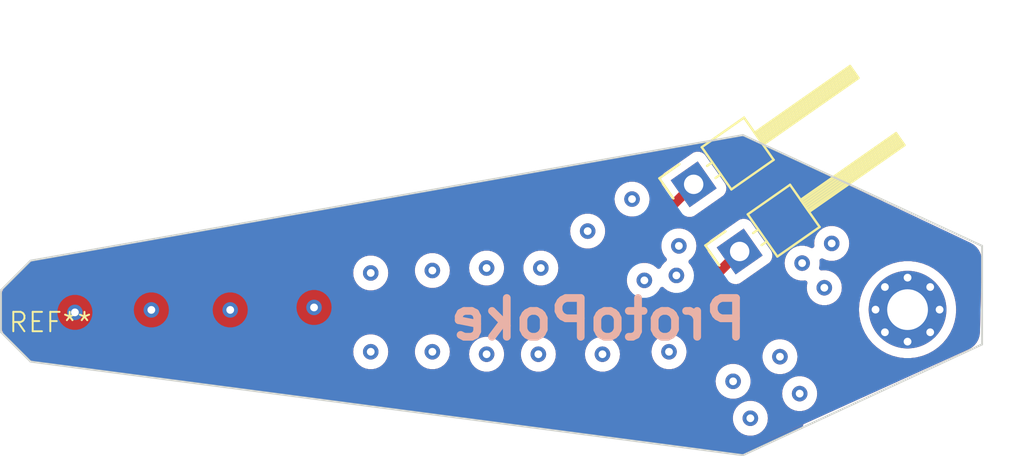
<source format=kicad_pcb>
(kicad_pcb (version 20221018) (generator pcbnew)
  (layers (0 "F.Cu" signal) (31 "B.Cu" signal) (34 "B.Paste" user) (35 "F.Paste" user) (36 "B.SilkS" user "B.Silkscreen") (37 "F.SilkS" user "F.Silkscreen") (38 "B.Mask" user) (39 "F.Mask" user) (44 "Edge.Cuts" user))
  (net 0 "")
  (footprint "" (layer "F.Cu") (at 77.724 70.866)
    (fp_text reference "" (at 0 0) (layer "F.SilkS") (effects (font (size 1.27 1.27))))
    (fp_text value "" (at 0 0) (layer "F.SilkS") (effects (font (size 1.27 1.27))))
    (pad "1" smd roundrect (at 0 0) (size 2.667 2.667) (layers "F.Cu" "F.Paste" "F.Mask"))
  )
  (footprint "Connector_PinHeader_2.54mm:PinHeader_1x01_P2.54mm_Horizontal" (layer "F.Cu") (at 99.779 67.979 35)
    (fp_text reference "REF**")
    (fp_text value "PinHeader_1x01_P2.54mm_Horizontal" hide)
    (fp_line (start -1.27 -1.27) (end 0 -1.27) (stroke (width 0.12)) (layer "F.SilkS"))
    (fp_line (start -1.27 0) (end -1.27 -1.27) (stroke (width 0.12)) (layer "F.SilkS"))
    (fp_line (start 1.11 -0.38) (end 1.44 -0.38) (stroke (width 0.12)) (layer "F.SilkS"))
    (fp_line (start 1.11 0.38) (end 1.44 0.38) (stroke (width 0.12)) (layer "F.SilkS"))
    (fp_line (start 1.44 -1.33) (end 1.44 1.33) (stroke (width 0.12)) (layer "F.SilkS"))
    (fp_line (start 1.44 1.33) (end 4.1 1.33) (stroke (width 0.12)) (layer "F.SilkS"))
    (fp_line (start 4.1 -1.33) (end 1.44 -1.33) (stroke (width 0.12)) (layer "F.SilkS"))
    (fp_line (start 4.1 -0.38) (end 10.1 -0.38) (stroke (width 0.12)) (layer "F.SilkS"))
    (fp_line (start 4.1 -0.32) (end 10.1 -0.32) (stroke (width 0.12)) (layer "F.SilkS"))
    (fp_line (start 4.1 -0.2) (end 10.1 -0.2) (stroke (width 0.12)) (layer "F.SilkS"))
    (fp_line (start 4.1 -0.08) (end 10.1 -0.08) (stroke (width 0.12)) (layer "F.SilkS"))
    (fp_line (start 4.1 0.04) (end 10.1 0.04) (stroke (width 0.12)) (layer "F.SilkS"))
    (fp_line (start 4.1 0.16) (end 10.1 0.16) (stroke (width 0.12)) (layer "F.SilkS"))
    (fp_line (start 4.1 0.28) (end 10.1 0.28) (stroke (width 0.12)) (layer "F.SilkS"))
    (fp_line (start 4.1 1.33) (end 4.1 -1.33) (stroke (width 0.12)) (layer "F.SilkS"))
    (fp_line (start 10.1 -0.38) (end 10.1 0.38) (stroke (width 0.12)) (layer "F.SilkS"))
    (fp_line (start 10.1 0.38) (end 4.1 0.38) (stroke (width 0.12)) (layer "F.SilkS"))
    (pad "1" thru_hole rect (at 0 0 35) (size 1.7 1.7) (drill 1) (layers "*.Cu" "*.Mask"))
  )
  (footprint "usb_a_pcb_con:pcb" (layer "F.Cu") (at 64.262 72.136)
    (fp_text reference "REF**" (at 0 -0.5 unlocked) (layer "F.SilkS") (effects (font (thickness 0.1))))
    (fp_text value "pcb")
    (pad "1" smd roundrect (at 1.2065 -1.016) (size 2.667 2.667) (layers "F.Cu" "F.Paste" "F.Mask"))
  )
  (footprint "" (layer "F.Cu") (at 73.406 70.993)
    (fp_text reference "" (at 0 0) (layer "F.SilkS") (effects (font (size 1.27 1.27))))
    (fp_text value "" (at 0 0) (layer "F.SilkS") (effects (font (size 1.27 1.27))))
    (pad "1" smd roundrect (at 0 0) (size 2.667 2.667) (layers "F.Cu" "F.Paste" "F.Mask"))
  )
  (footprint "" (layer "F.Cu") (at 69.469 70.993)
    (fp_text reference "" (at 0 0) (layer "F.SilkS") (effects (font (size 1.27 1.27))))
    (fp_text value "" (at 0 0) (layer "F.SilkS") (effects (font (size 1.27 1.27))))
    (pad "1" smd roundrect (at 0 0) (size 2.667 2.667) (layers "F.Cu" "F.Paste" "F.Mask"))
  )
  (footprint "Connector_PinHeader_2.54mm:PinHeader_1x01_P2.54mm_Horizontal" (layer "F.Cu") (at 97.409 64.516 35)
    (fp_text reference "REF**")
    (fp_text value "PinHeader_1x01_P2.54mm_Horizontal")
    (fp_line (start -1.27 -1.27) (end 0 -1.27) (stroke (width 0.12)) (layer "F.SilkS"))
    (fp_line (start -1.27 0) (end -1.27 -1.27) (stroke (width 0.12)) (layer "F.SilkS"))
    (fp_line (start 1.11 -0.38) (end 1.44 -0.38) (stroke (width 0.12)) (layer "F.SilkS"))
    (fp_line (start 1.11 0.38) (end 1.44 0.38) (stroke (width 0.12)) (layer "F.SilkS"))
    (fp_line (start 1.44 -1.33) (end 1.44 1.33) (stroke (width 0.12)) (layer "F.SilkS"))
    (fp_line (start 1.44 1.33) (end 4.1 1.33) (stroke (width 0.12)) (layer "F.SilkS"))
    (fp_line (start 4.1 -1.33) (end 1.44 -1.33) (stroke (width 0.12)) (layer "F.SilkS"))
    (fp_line (start 4.1 -0.38) (end 10.1 -0.38) (stroke (width 0.12)) (layer "F.SilkS"))
    (fp_line (start 4.1 -0.32) (end 10.1 -0.32) (stroke (width 0.12)) (layer "F.SilkS"))
    (fp_line (start 4.1 -0.2) (end 10.1 -0.2) (stroke (width 0.12)) (layer "F.SilkS"))
    (fp_line (start 4.1 -0.08) (end 10.1 -0.08) (stroke (width 0.12)) (layer "F.SilkS"))
    (fp_line (start 4.1 0.04) (end 10.1 0.04) (stroke (width 0.12)) (layer "F.SilkS"))
    (fp_line (start 4.1 0.16) (end 10.1 0.16) (stroke (width 0.12)) (layer "F.SilkS"))
    (fp_line (start 4.1 0.28) (end 10.1 0.28) (stroke (width 0.12)) (layer "F.SilkS"))
    (fp_line (start 4.1 1.33) (end 4.1 -1.33) (stroke (width 0.12)) (layer "F.SilkS"))
    (fp_line (start 10.1 -0.38) (end 10.1 0.38) (stroke (width 0.12)) (layer "F.SilkS"))
    (fp_line (start 10.1 0.38) (end 4.1 0.38) (stroke (width 0.12)) (layer "F.SilkS"))
    (pad "1" thru_hole rect (at 0 0 35) (size 1.7 1.7) (drill 1) (layers "*.Cu" "*.Mask"))
  )
  (footprint "MountingHole:MountingHole_2.2mm_M2_Pad_Via" (layer "F.Cu") (at 108.429 70.979)
    (fp_text reference "REF3")
    (fp_text value "MountingHole_2.2mm_M2_Pad_Via")
    (pad "1" thru_hole circle (at -1.65 0) (size 0.7 0.7) (drill 0.4) (layers "*.Cu" "*.Mask"))
    (pad "1" thru_hole circle (at -1.166726 -1.166726) (size 0.7 0.7) (drill 0.4) (layers "*.Cu" "*.Mask"))
    (pad "1" thru_hole circle (at -1.166726 1.166726) (size 0.7 0.7) (drill 0.4) (layers "*.Cu" "*.Mask"))
    (pad "1" thru_hole circle (at 0 -1.65) (size 0.7 0.7) (drill 0.4) (layers "*.Cu" "*.Mask"))
    (pad "1" thru_hole circle (at 0 0) (size 4 4) (drill 2.1) (layers "*.Cu" "*.Mask"))
    (pad "1" thru_hole circle (at 0 1.65) (size 0.7 0.7) (drill 0.4) (layers "*.Cu" "*.Mask"))
    (pad "1" thru_hole circle (at 1.166726 -1.166726) (size 0.7 0.7) (drill 0.4) (layers "*.Cu" "*.Mask"))
    (pad "1" thru_hole circle (at 1.166726 1.166726) (size 0.7 0.7) (drill 0.4) (layers "*.Cu" "*.Mask"))
    (pad "1" thru_hole circle (at 1.65 0) (size 0.7 0.7) (drill 0.4) (layers "*.Cu" "*.Mask"))
  )
  (gr_line (start 112.268 67.691) (end 112.268 72.771) (stroke (width 0.1)) (layer "Edge.Cuts"))
  (gr_line (start 99.949 61.976) (end 112.268 67.691) (stroke (width 0.1)) (layer "Edge.Cuts"))
  (gr_line (start 61.722 69.977) (end 61.722 72.136) (stroke (width 0.1)) (layer "Edge.Cuts"))
  (gr_line (start 99.949 78.486) (end 112.268 72.771) (stroke (width 0.1)) (layer "Edge.Cuts"))
  (gr_line (start 99.949 78.486) (end 63.246 73.66) (stroke (width 0.1)) (layer "Edge.Cuts"))
  (gr_line (start 63.246 68.453) (end 99.949 61.976) (stroke (width 0.1)) (layer "Edge.Cuts"))
  (gr_line (start 63.246 68.453) (end 61.722 69.977) (stroke (width 0.1)) (layer "Edge.Cuts"))
  (gr_line (start 61.722 72.136) (end 63.246 73.66) (stroke (width 0.1)) (layer "Edge.Cuts"))
  (gr_text "ProtoPoke" (at 100.33 72.644) (layer "B.SilkS") (effects (font (size 2 2) (thickness 0.4) bold) (justify left bottom mirror)))
  (segment (start 69.342 71.12) (end 69.469 70.993) (width 0.5) (layer "F.Cu") (net 0))
  (segment (start 77.851 70.866) (end 78.105 71.12) (width 0.5) (layer "F.Cu") (net 0))
  (segment (start 90.805 71.12) (end 65.532 71.12) (width 0.25) (layer "F.Cu") (net 0))
  (segment (start 65.4685 71.12) (end 69.342 71.12) (width 0.5) (layer "F.Cu") (net 0))
  (segment (start 65.532 71.12) (end 65.4685 71.12) (width 0.25) (layer "F.Cu") (net 0))
  (segment (start 73.533 70.993) (end 73.66 71.12) (width 0.5) (layer "F.Cu") (net 0))
  (segment (start 73.66 71.12) (end 77.597 71.12) (width 0.5) (layer "F.Cu") (net 0))
  (segment (start 69.469 70.993) (end 69.596 71.12) (width 0.5) (layer "F.Cu") (net 0))
  (segment (start 69.596 71.12) (end 73.406 71.12) (width 0.5) (layer "F.Cu") (net 0))
  (segment (start 97.679 70.079) (end 99.779 67.979) (width 0.5) (layer "F.Cu") (net 0))
  (segment (start 97.409 64.516) (end 90.805 71.12) (width 0.5) (layer "F.Cu") (net 0))
  (segment (start 78.105 71.12) (end 96.638 71.12) (width 0.5) (layer "F.Cu") (net 0))
  (segment (start 73.406 71.12) (end 73.533 70.993) (width 0.5) (layer "F.Cu") (net 0))
  (segment (start 96.638 71.12) (end 99.779 67.979) (width 0.5) (layer "F.Cu") (net 0))
  (segment (start 77.597 71.12) (end 77.851 70.866) (width 0.5) (layer "F.Cu") (net 0))
  (via (at 99.441 74.676) (size 0.8) (drill 0.4) (layers "F.Cu" "B.Cu") (net 0))
  (via (at 102.997 68.58) (size 0.8) (drill 0.4) (layers "F.Cu" "B.Cu") (net 0))
  (via (at 69.469 70.993) (size 0.8) (drill 0.4) (layers "F.Cu" "B.Cu") (net 0))
  (via (at 80.772 69.088) (size 0.8) (drill 0.4) (layers "F.Cu" "B.Cu") (net 0))
  (via (at 104.14 69.85) (size 0.8) (drill 0.4) (layers "F.Cu" "B.Cu") (net 0))
  (via (at 77.851 70.866) (size 0.8) (drill 0.4) (layers "F.Cu" "B.Cu") (net 0))
  (via (at 89.535 68.834) (size 0.8) (drill 0.4) (layers "F.Cu" "B.Cu") (net 0))
  (via (at 96.139 73.152) (size 0.8) (drill 0.4) (layers "F.Cu" "B.Cu") (net 0))
  (via (at 65.532 71.12) (size 0.8) (drill 0.4) (layers "F.Cu" "B.Cu") (net 0))
  (via (at 92.71 73.279) (size 0.8) (drill 0.4) (layers "F.Cu" "B.Cu") (net 0))
  (via (at 102.87 75.311) (size 0.8) (drill 0.4) (layers "F.Cu" "B.Cu") (net 0))
  (via (at 96.52 69.215) (size 0.8) (drill 0.4) (layers "F.Cu" "B.Cu") (net 0))
  (via (at 73.533 70.993) (size 0.8) (drill 0.4) (layers "F.Cu" "B.Cu") (net 0))
  (via (at 80.772 73.152) (size 0.8) (drill 0.4) (layers "F.Cu" "B.Cu") (net 0))
  (via (at 91.948 66.929) (size 0.8) (drill 0.4) (layers "F.Cu" "B.Cu") (net 0))
  (via (at 86.741 68.834) (size 0.8) (drill 0.4) (layers "F.Cu" "B.Cu") (net 0))
  (via (at 100.33 76.581) (size 0.8) (drill 0.4) (layers "F.Cu" "B.Cu") (net 0))
  (via (at 86.741 73.279) (size 0.8) (drill 0.4) (layers "F.Cu" "B.Cu") (net 0))
  (via (at 94.234 65.278) (size 0.8) (drill 0.4) (layers "F.Cu" "B.Cu") (net 0))
  (via (at 94.869 69.469) (size 0.8) (drill 0.4) (layers "F.Cu" "B.Cu") (net 0))
  (via (at 101.854 73.406) (size 0.8) (drill 0.4) (layers "F.Cu" "B.Cu") (net 0))
  (via (at 89.408 73.279) (size 0.8) (drill 0.4) (layers "F.Cu" "B.Cu") (net 0))
  (via (at 83.947 73.152) (size 0.8) (drill 0.4) (layers "F.Cu" "B.Cu") (net 0))
  (via (at 83.947 68.961) (size 0.8) (drill 0.4) (layers "F.Cu" "B.Cu") (net 0))
  (via (at 96.647 67.691) (size 0.8) (drill 0.4) (layers "F.Cu" "B.Cu") (net 0))
  (via (at 104.521 67.564) (size 0.8) (drill 0.4) (layers "F.Cu" "B.Cu") (net 0))
  (zone locked (net 0) (net_name "") (layers "F&B.Cu") (connect_pads (clearance 0.5)) (min_thickness 0.25) (fill yes (thermal_gap 0.5) (thermal_bridge_width 0.5) (smoothing fillet) (radius 1) (island_removal_mode 1) (island_area_min 10))
    (polygon (pts (xy 99.822 78.359) (xy 112.141 72.771) (xy 112.268 67.818) (xy 99.949 61.976) (xy 63.246 68.453) (xy 61.722 69.977) (xy 61.722 72.136) (xy 63.246 73.66) (xy 99.949 78.486) (xy 106.299 75.438)))
  )
)
</source>
